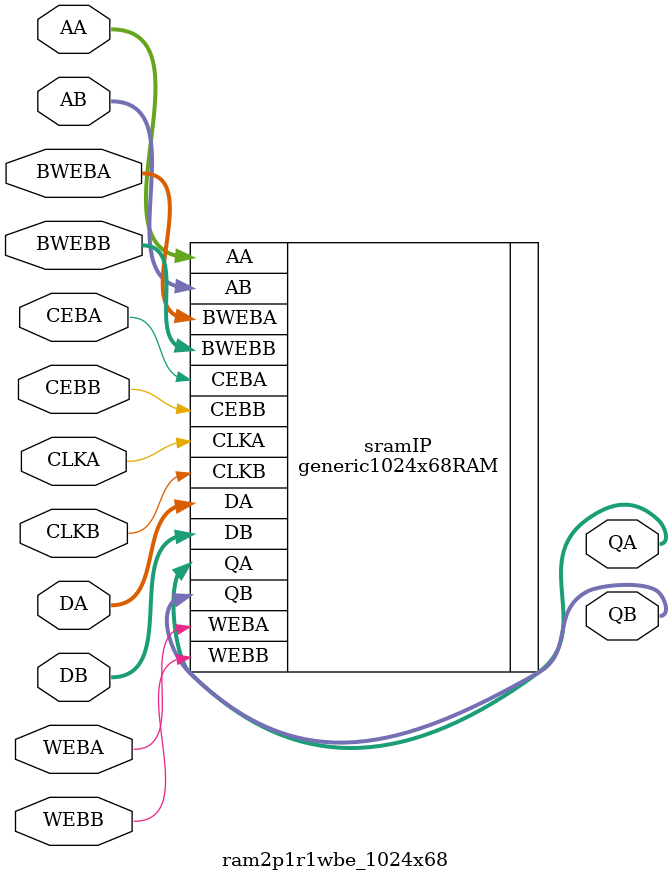
<source format=sv>

module ram2p1r1wbe_1024x68( 
  input  logic          CLKA, 
  input  logic          CLKB, 
  input  logic 	        CEBA, 
  input  logic 	        CEBB, 
  input  logic          WEBA,
  input  logic          WEBB,
  input  logic [9:0]    AA, 
  input  logic [9:0]    AB, 
  input  logic [67:0]   DA,
  input  logic [67:0]   DB,
  input  logic [67:0]   BWEBA, 
  input  logic [67:0]   BWEBB, 
  output logic [67:0]   QA,
  output logic [67:0]   QB
);

   // replace "generic1024x68RAM" with "TSDN..1024X68.." module from your memory vendor
   generic1024x68RAM sramIP (.CLKA, .CLKB, .CEBA, .CEBB, .WEBA, .WEBB, 
			     .AA, .AB, .DA, .DB, .BWEBA, .BWEBB, .QA, .QB);

endmodule

</source>
